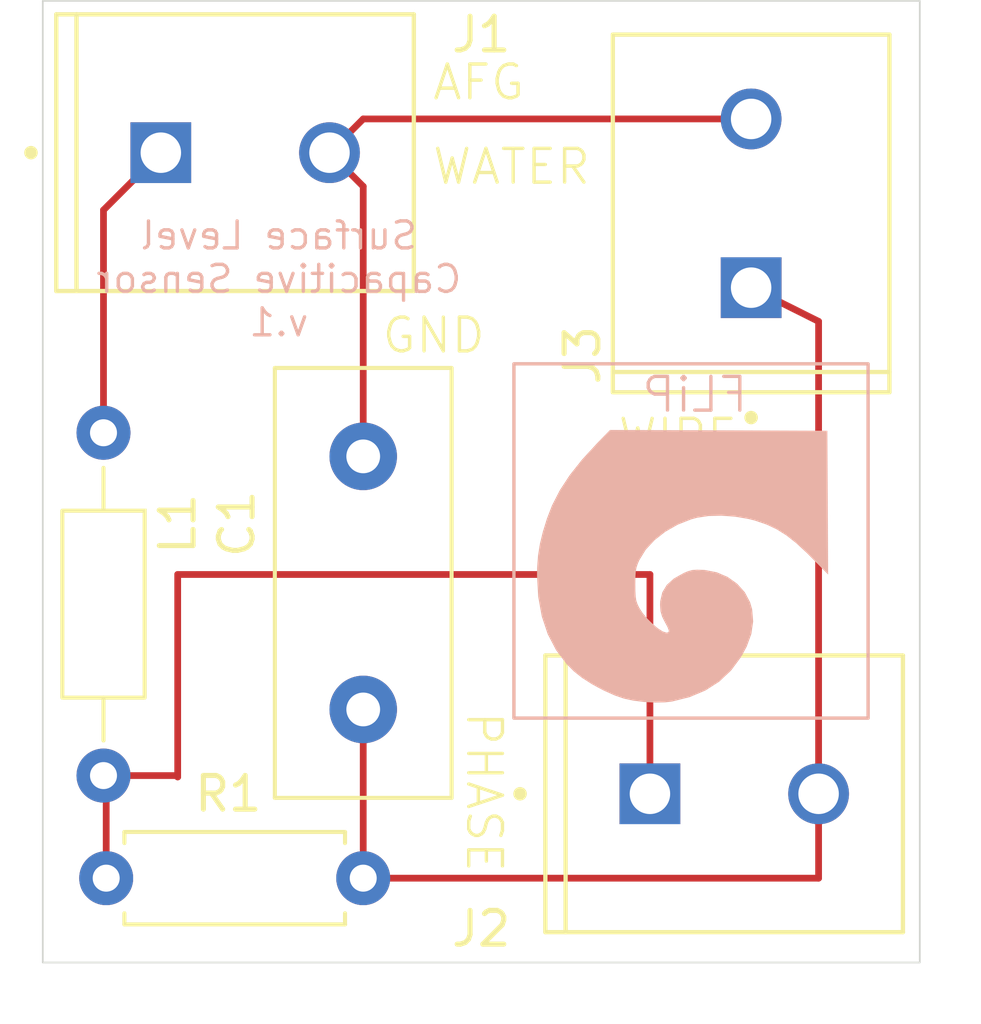
<source format=kicad_pcb>
(kicad_pcb (version 20241229) (generator "pcbnew") (generator_version "9.0")
  (layers (0 "F.Cu" signal) (2 "B.Cu" signal) (13 "F.Paste" user) (15 "B.Paste" user) (5 "F.SilkS" user "F.Silkscreen") (7 "B.SilkS" user "B.Silkscreen") (1 "F.Mask" user) (3 "B.Mask" user) (25 "Edge.Cuts" user))
  (net 0 "")
  (net 1 "Net-(C1-Pad1)")
  (net 2 "Net-(C1-Pad2)")
  (net 3 "Net-(J1-Pad1)")
  (net 4 "Net-(J2-Pad1)")
  (footprint "Resistor_THT:R_Axial_DIN0207_L6.3mm_D2.5mm_P7.62mm_Horizontal" (layer "F.Cu") (at 104.5 76 180)
    (property "Reference" "R1" (at 4 2.5 0) (layer "F.SilkS"))
    (property "Value" "100")
    (fp_line (start 7.08 1.37) (end 7.08 1.04) (stroke (width 0.12)) (layer "F.SilkS"))
    (fp_line (start 7.08 -1.37) (end 7.08 -1.04) (stroke (width 0.12)) (layer "F.SilkS"))
    (fp_line (start 0.54 1.37) (end 7.08 1.37) (stroke (width 0.12)) (layer "F.SilkS"))
    (fp_line (start 0.54 1.04) (end 0.54 1.37) (stroke (width 0.12)) (layer "F.SilkS"))
    (fp_line (start 0.54 -1.04) (end 0.54 -1.37) (stroke (width 0.12)) (layer "F.SilkS"))
    (fp_line (start 0.54 -1.37) (end 7.08 -1.37) (stroke (width 0.12)) (layer "F.SilkS"))
    (pad "1" thru_hole circle (at 0 0 180) (size 1.6 1.6) (drill 0.8) (layers "*.Cu" "*.Mask") (net 1 "Net-(C1-Pad1)"))
    (pad "2" thru_hole circle (at 7.62 0 180) (size 1.6 1.6) (drill 0.8) (layers "*.Cu" "*.Mask") (net 4 "Net-(J2-Pad1)"))
  )
  (footprint "2802836-2:TE_282836-2" (layer "F.Cu") (at 116 56 90)
    (property "Reference" "J3" (at -4.5 -5 90) (layer "F.SilkS"))
    (property "Value" "282836-2")
    (fp_line (start 5 -4.1) (end 5 4.1) (stroke (width 0.127)) (layer "F.SilkS"))
    (fp_line (start -5 -4.1) (end 5 -4.1) (stroke (width 0.127)) (layer "F.SilkS"))
    (fp_line (start -5.6 -4.1) (end -5 -4.1) (stroke (width 0.127)) (layer "F.SilkS"))
    (fp_line (start 5 4.1) (end -5 4.1) (stroke (width 0.127)) (layer "F.SilkS"))
    (fp_line (start -5 4.1) (end -5 -4.1) (stroke (width 0.127)) (layer "F.SilkS"))
    (fp_line (start -5.6 4.1) (end -5.6 -4.1) (stroke (width 0.127)) (layer "F.SilkS"))
    (fp_line (start -5.6 4.1) (end -5 4.1) (stroke (width 0.127)) (layer "F.SilkS"))
    (fp_circle (center -6.35 0) (end -6.25 0) (stroke (width 0.2)) (fill no) (layer "F.SilkS"))
    (pad "1" thru_hole rect (at -2.5 0 90) (size 1.8 1.8) (drill 1.2) (layers "*.Cu" "*.Mask") (net 1 "Net-(C1-Pad1)"))
    (pad "2" thru_hole circle (at 2.5 0 90) (size 1.8 1.8) (drill 1.2) (layers "*.Cu" "*.Mask") (net 2 "Net-(C1-Pad2)"))
  )
  (footprint "2802836-2:TE_282836-2" (layer "F.Cu") (at 101 54.5)
    (property "Reference" "J1" (at 7 -3.5 0) (layer "F.SilkS"))
    (property "Value" "282836-2")
    (fp_line (start -5.6 -4.1) (end -5 -4.1) (stroke (width 0.127)) (layer "F.SilkS"))
    (fp_line (start -5.6 4.1) (end -5.6 -4.1) (stroke (width 0.127)) (layer "F.SilkS"))
    (fp_line (start -5.6 4.1) (end -5 4.1) (stroke (width 0.127)) (layer "F.SilkS"))
    (fp_line (start -5 -4.1) (end 5 -4.1) (stroke (width 0.127)) (layer "F.SilkS"))
    (fp_line (start -5 4.1) (end -5 -4.1) (stroke (width 0.127)) (layer "F.SilkS"))
    (fp_line (start 5 -4.1) (end 5 4.1) (stroke (width 0.127)) (layer "F.SilkS"))
    (fp_line (start 5 4.1) (end -5 4.1) (stroke (width 0.127)) (layer "F.SilkS"))
    (fp_circle (center -6.35 0) (end -6.25 0) (stroke (width 0.2)) (fill no) (layer "F.SilkS"))
    (pad "1" thru_hole rect (at -2.5 0) (size 1.8 1.8) (drill 1.2) (layers "*.Cu" "*.Mask") (net 3 "Net-(J1-Pad1)"))
    (pad "2" thru_hole circle (at 2.5 0) (size 1.8 1.8) (drill 1.2) (layers "*.Cu" "*.Mask") (net 2 "Net-(C1-Pad2)"))
  )
  (footprint "2802836-2:TE_282836-2" (layer "F.Cu") (at 115.5 73.5)
    (property "Reference" "J2" (at -7.5 4 0) (layer "F.SilkS"))
    (property "Value" "282836-2")
    (fp_line (start -5.6 -4.1) (end -5 -4.1) (stroke (width 0.127)) (layer "F.SilkS"))
    (fp_line (start -5.6 4.1) (end -5.6 -4.1) (stroke (width 0.127)) (layer "F.SilkS"))
    (fp_line (start -5.6 4.1) (end -5 4.1) (stroke (width 0.127)) (layer "F.SilkS"))
    (fp_line (start -5 -4.1) (end 5 -4.1) (stroke (width 0.127)) (layer "F.SilkS"))
    (fp_line (start -5 4.1) (end -5 -4.1) (stroke (width 0.127)) (layer "F.SilkS"))
    (fp_line (start 5 -4.1) (end 5 4.1) (stroke (width 0.127)) (layer "F.SilkS"))
    (fp_line (start 5 4.1) (end -5 4.1) (stroke (width 0.127)) (layer "F.SilkS"))
    (fp_circle (center -6.35 0) (end -6.25 0) (stroke (width 0.2)) (fill no) (layer "F.SilkS"))
    (pad "1" thru_hole rect (at -2.5 0) (size 1.8 1.8) (drill 1.2) (layers "*.Cu" "*.Mask") (net 4 "Net-(J2-Pad1)"))
    (pad "2" thru_hole circle (at 2.5 0) (size 1.8 1.8) (drill 1.2) (layers "*.Cu" "*.Mask") (net 1 "Net-(C1-Pad1)"))
  )
  (footprint "Capacitor_THT:C_Disc_D12.5mm_W5.0mm_P7.50mm" (layer "F.Cu") (at 104.5 71 90)
    (property "Reference" "C1" (at 5.5 -3.75 90) (layer "F.SilkS"))
    (property "Value" "560pF")
    (fp_line (start 10.12 -2.62) (end 10.12 2.62) (stroke (width 0.12)) (layer "F.SilkS"))
    (fp_line (start -2.62 -2.62) (end 10.12 -2.62) (stroke (width 0.12)) (layer "F.SilkS"))
    (fp_line (start -2.62 -2.62) (end -2.62 2.62) (stroke (width 0.12)) (layer "F.SilkS"))
    (fp_line (start -2.62 2.62) (end 10.12 2.62) (stroke (width 0.12)) (layer "F.SilkS"))
    (pad "1" thru_hole circle (at 0 0 90) (size 2 2) (drill 1) (layers "*.Cu" "*.Mask") (net 1 "Net-(C1-Pad1)"))
    (pad "2" thru_hole circle (at 7.5 0 90) (size 2 2) (drill 1) (layers "*.Cu" "*.Mask") (net 2 "Net-(C1-Pad2)"))
  )
  (footprint "Inductor_THT:L_Axial_L5.3mm_D2.2mm_P10.16mm_Horizontal_Vishay_IM-1" (layer "F.Cu") (at 96.8 62.8 -90)
    (property "Reference" "L1" (at 2.7 -2.2 90) (layer "F.SilkS"))
    (property "Value" "10mH")
    (fp_line (start 1.04 0) (end 2.31 0) (stroke (width 0.12)) (layer "F.SilkS"))
    (fp_line (start 9.12 0) (end 7.85 0) (stroke (width 0.12)) (layer "F.SilkS"))
    (fp_rect (start 2.31 -1.22) (end 7.85 1.22) (stroke (width 0.12)) (fill no) (layer "F.SilkS"))
    (pad "1" thru_hole circle (at 0 0 270) (size 1.6 1.6) (drill 0.8) (layers "*.Cu" "*.Mask") (net 3 "Net-(J1-Pad1)"))
    (pad "2" thru_hole circle (at 10.16 0 270) (size 1.6 1.6) (drill 0.8) (layers "*.Cu" "*.Mask") (net 4 "Net-(J2-Pad1)"))
  )
  (footprint "LOGO" (layer "B.Cu") (at 113.5 67.5 180)
    (property "Reference" "G***" (hide yes))
    (property "Value" "LOGO" (hide yes))
    (fp_poly (pts (xy 2.068068 4.389326) (xy 2.511522 3.90734) (xy 2.877633 3.445885) (xy 3.172774 2.995385) (xy 3.403319 2.546262) (xy 3.553584 2.157443) (xy 3.678393 1.751735) (xy 3.764956 1.394374) (xy 3.818398 1.056029) (xy 3.843844 0.707369) (xy 3.847811 0.473865) (xy 3.812589 -0.160235) (xy 3.70701 -0.740662) (xy 3.531202 -1.267084) (xy 3.285293 -1.739166) (xy 2.969411 -2.156573) (xy 2.756062 -2.371771) (xy 2.512361 -2.564831) (xy 2.209529 -2.758633) (xy 1.875925 -2.937776) (xy 1.539908 -3.086856) (xy 1.267776 -3.180089) (xy 0.995357 -3.238952) (xy 0.679452 -3.278293) (xy 0.35381 -3.29604) (xy 0.052179 -3.290121) (xy -0.148401 -3.267087) (xy -0.677491 -3.135023) (xy -1.145814 -2.938274) (xy -1.554709 -2.675858) (xy -1.905514 -2.346794) (xy -2.199567 -1.950099) (xy -2.369705 -1.637206) (xy -2.506886 -1.262316) (xy -2.560702 -0.891807) (xy -2.530526 -0.534007) (xy -2.468827 -0.320782) (xy -2.312056 -0.025276) (xy -2.08629 0.227041) (xy -1.804736 0.427009) (xy -1.480601 0.565467) (xy -1.127091 0.633254) (xy -1.08965 0.63585) (xy -0.895847 0.642478) (xy -0.754171 0.631825) (xy -0.628564 0.598358) (xy -0.503168 0.545864) (xy -0.210083 0.381469) (xy 0.000859 0.191449) (xy 0.134369 -0.030557) (xy 0.195159 -0.290909) (xy 0.200175 -0.403476) (xy 0.186974 -0.592536) (xy 0.138078 -0.755432) (xy 0.066725 -0.896517) (xy -0.01902 -1.056483) (xy -0.057943 -1.155469) (xy -0.052448 -1.206603) (xy -0.004935 -1.223012) (xy 0.006922 -1.223292) (xy 0.116055 -1.189556) (xy 0.258864 -1.098945) (xy 0.417847 -0.967358) (xy 0.575501 -0.810694) (xy 0.714326 -0.644851) (xy 0.814933 -0.489317) (xy 0.86904 -0.377807) (xy 0.903612 -0.273773) (xy 0.922968 -0.152062) (xy 0.931423 0.012478) (xy 0.933255 0.200175) (xy 0.93119 0.421543) (xy 0.921057 0.581102) (xy 0.898327 0.705941) (xy 0.858475 0.823149) (xy 0.811436 0.929168) (xy 0.624106 1.232989) (xy 0.362795 1.515755) (xy 0.04186 1.766964) (xy -0.324339 1.976116) (xy -0.721445 2.132707) (xy -0.901451 2.182057) (xy -1.235374 2.23234) (xy -1.618941 2.241992) (xy -2.023428 2.212501) (xy -2.420113 2.145352) (xy -2.624519 2.092919) (xy -2.955254 1.979464) (xy -3.257042 1.837328) (xy -3.547104 1.655297) (xy -3.842662 1.422151) (xy -4.16094 1.126677) (xy -4.259718 1.027963) (xy -4.782833 0.498119) (xy -4.771276 2.62892) (xy -4.75972 4.75972) (xy -1.537997 4.771135) (xy 1.683726 4.782551)) (fill yes) (layer "B.SilkS"))
  )
  (gr_rect (start 108.967511 60.756744) (end 119.467511 71.256744) (stroke (width 0.1)) (fill no) (layer "B.SilkS"))
  (gr_poly (pts (xy 95 50) (xy 121 50) (xy 121 78.5) (xy 95 78.5)) (stroke (width 0.05)) (fill no) (layer "Edge.Cuts"))
  (gr_text "WATER" (at 106.5 55.5 0) (layer "F.SilkS") (effects (font (size 1 1) (thickness 0.1)) (justify left bottom)))
  (gr_text "PHASE" (at 107.5 71 270) (layer "F.SilkS") (effects (font (size 1 1) (thickness 0.1)) (justify left bottom)))
  (gr_text "AFG" (at 106.5 53 0) (layer "F.SilkS") (effects (font (size 1 1) (thickness 0.1)) (justify left bottom)))
  (gr_text "GND" (at 105 60.5 0) (layer "F.SilkS") (effects (font (size 1 1) (thickness 0.1)) (justify left bottom)))
  (gr_text "WIRE" (at 112 63.5 0) (layer "F.SilkS") (effects (font (size 1 1) (thickness 0.1)) (justify left bottom)))
  (gr_text "FLiP\n" (at 115.967511 62.256744 -0) (layer "B.SilkS") (effects (font (size 1 1) (thickness 0.1)) (justify left bottom mirror)))
  (gr_text "Surface Level\nCapacitive Sensor\nv.1\n" (at 102 60 -0) (layer "B.SilkS") (effects (font (size 0.8 0.8) (thickness 0.1)) (justify bottom mirror)))
  (segment (start 118 59.5) (end 118 73.5) (width 0.2) (layer "F.Cu") (net 1))
  (segment (start 116 58.5) (end 118 59.5) (width 0.2) (layer "F.Cu") (net 1))
  (segment (start 118 76) (end 118 73.5) (width 0.2) (layer "F.Cu") (net 1))
  (segment (start 104.5 76) (end 118 76) (width 0.2) (layer "F.Cu") (net 1))
  (segment (start 104.5 76) (end 104.5 71) (width 0.2) (layer "F.Cu") (net 1))
  (segment (start 104.5 55.5) (end 103.5 54.5) (width 0.2) (layer "F.Cu") (net 2))
  (segment (start 103.5 54.5) (end 104.5 53.5) (width 0.2) (layer "F.Cu") (net 2))
  (segment (start 104.5 53.5) (end 116 53.5) (width 0.2) (layer "F.Cu") (net 2))
  (segment (start 104.5 63.5) (end 104.5 55.5) (width 0.2) (layer "F.Cu") (net 2))
  (segment (start 96.8 56.2) (end 98.5 54.5) (width 0.2) (layer "F.Cu") (net 3))
  (segment (start 96.8 62.8) (end 96.8 56.2) (width 0.2) (layer "F.Cu") (net 3))
  (segment (start 99 73) (end 99 67) (width 0.2) (layer "F.Cu") (net 4))
  (segment (start 98.96 72.96) (end 99 73) (width 0.2) (layer "F.Cu") (net 4))
  (segment (start 99 67) (end 113 67) (width 0.2) (layer "F.Cu") (net 4))
  (segment (start 96.88 76) (end 96.88 73.04) (width 0.2) (layer "F.Cu") (net 4))
  (segment (start 113 67) (end 113 73.5) (width 0.2) (layer "F.Cu") (net 4))
  (segment (start 96.88 73.04) (end 96.8 72.96) (width 0.2) (layer "F.Cu") (net 4))
  (segment (start 96.8 72.96) (end 98.96 72.96) (width 0.2) (layer "F.Cu") (net 4))
)
</source>
